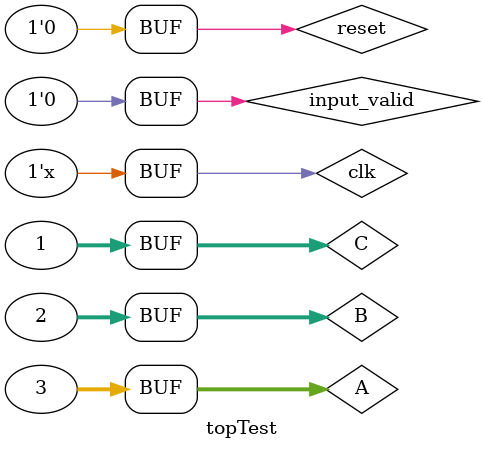
<source format=v>
`timescale 1ns / 1ps


module topTest;

	// Inputs
	reg clk;
	reg reset;
	reg [31:0] A;
	reg [31:0] B;
	reg [31:0] C;
	reg input_valid;

	// Outputs
	wire [31:0] result;
	wire result_ready;

	// Instantiate the Unit Under Test (UUT)
	top uut (
		.clk(clk), 
		.reset(reset), 
		.A(A), 
		.B(B), 
		.C(C), 
		.input_valid(input_valid), 
		.result(result), 
		.result_ready(result_ready)
	);

	initial begin
		// Initialize Inputs
		clk = 0;
		reset = 0;
		A = 0;
		B = 0;
		C = 0;
		input_valid = 0;

		// Wait 100 ns for global reset to finish
		#50;
      
		reset = 1;
		
		#50;
		
		reset = 0;
		
		#50;
		input_valid = 1;
		A = 1;				//erwartetes Ergebnis: 38
		B = 1;
		C = 1;
		
		#15;
		input_valid = 0;
		
		
		
		#100;
		input_valid = 1;
		A = 1;				//erwartetes Ergebnis: 49
		B = 2;
		C = 3;
		
		#15;
		input_valid = 0;
		
		
		#100;
		input_valid = 1;
		A = 3;				//erwartetes Ergebnis: 103
		B = 2;
		C = 1;
		
		#15;
		input_valid = 0;
		
		
		#100;
		
		
		
		

	end
	
	always #10 clk = ~clk;
	
	
      
endmodule


</source>
